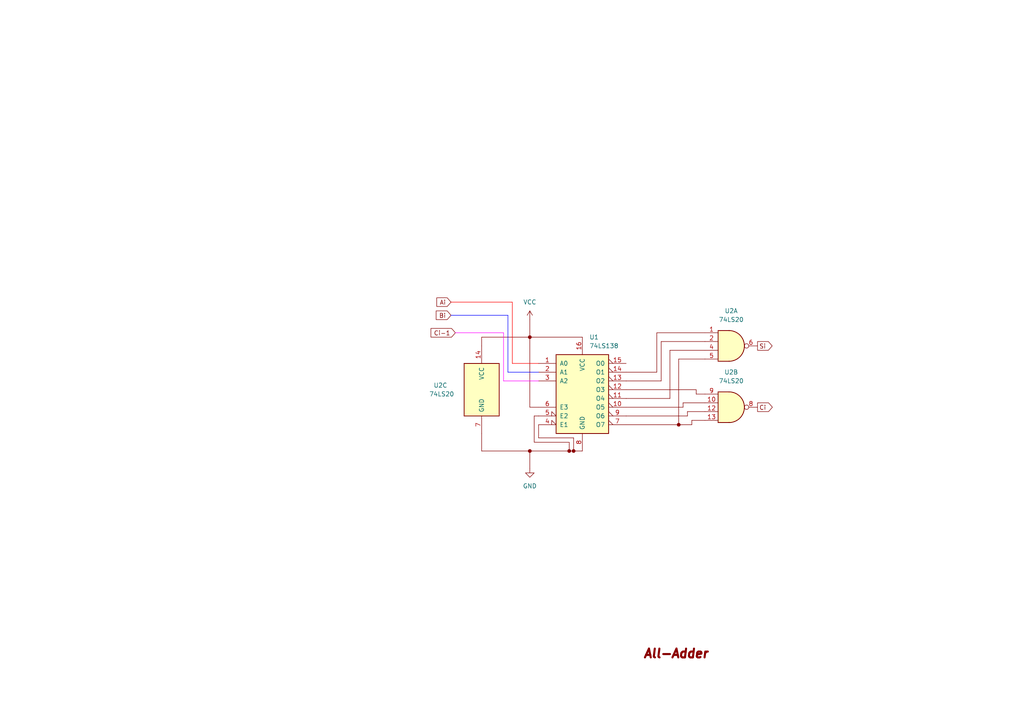
<source format=kicad_sch>
(kicad_sch (version 20231120) (generator "eeschema") (generator_version "8.0")
  (paper "A4")
  (lib_symbols
    (symbol "74xx:74LS138" (pin_names (offset 1.016))
      (property "Reference" "U" (at -7.62 11.43 0))
      (property "Value" "74LS138" (at -7.62 -13.97 0))
      (symbol "74LS138_1_0"
        (pin input line (at -12.7 7.62 0) (length 5.08) (name "A0") (number "1"))
        (pin output output_low (at 12.7 -5.08 180) (length 5.08) (name "O5") (number "10"))
        (pin output output_low (at 12.7 -2.54 180) (length 5.08) (name "O4") (number "11"))
        (pin output output_low (at 12.7 0 180) (length 5.08) (name "O3") (number "12"))
        (pin output output_low (at 12.7 2.54 180) (length 5.08) (name "O2") (number "13"))
        (pin output output_low (at 12.7 5.08 180) (length 5.08) (name "O1") (number "14"))
        (pin output output_low (at 12.7 7.62 180) (length 5.08) (name "O0") (number "15"))
        (pin power_in line (at 0 15.24 270) (length 5.08) (name "VCC") (number "16"))
        (pin input line (at -12.7 5.08 0) (length 5.08) (name "A1") (number "2"))
        (pin input line (at -12.7 2.54 0) (length 5.08) (name "A2") (number "3"))
        (pin input input_low (at -12.7 -10.16 0) (length 5.08) (name "E1") (number "4"))
        (pin input input_low (at -12.7 -7.62 0) (length 5.08) (name "E2") (number "5"))
        (pin input line (at -12.7 -5.08 0) (length 5.08) (name "E3") (number "6"))
        (pin output output_low (at 12.7 -10.16 180) (length 5.08) (name "O7") (number "7"))
        (pin power_in line (at 0 -17.78 90) (length 5.08) (name "GND") (number "8"))
        (pin output output_low (at 12.7 -7.62 180) (length 5.08) (name "O6") (number "9"))
      )
      (symbol "74LS138_1_1"
        (rectangle (start -7.62 10.16) (end 7.62 -12.7) (stroke (width 0.254)) (fill (type background)))
      )
    )
    (symbol "74xx:74LS20" (pin_names (offset 1.016))
      (property "Reference" "U" (at 0 1.27 0))
      (property "Value" "74LS20" (at 0 -1.27 0))
      (symbol "74LS20_1_1"
        (arc (start -0.635 -4.445) (mid 3.7907 0) (end -0.635 4.445) (stroke (width 0.254)) (fill (type background)))
        (polyline (pts (xy -0.635 4.445) (xy -3.81 4.445) (xy -3.81 -4.445) (xy -0.635 -4.445)) (stroke (width 0.254)) (fill (type background)))
        (pin input line (at -7.62 3.81 0) (length 3.81) (name "~") (number "1"))
        (pin input line (at -7.62 1.27 0) (length 3.81) (name "~") (number "2"))
        (pin input line (at -7.62 -1.27 0) (length 3.81) (name "~") (number "4"))
        (pin input line (at -7.62 -3.81 0) (length 3.81) (name "~") (number "5"))
        (pin output inverted (at 7.62 0 180) (length 3.81) (name "~") (number "6"))
      )
      (symbol "74LS20_1_2"
        (arc (start -3.81 -4.445) (mid -2.5908 0) (end -3.81 4.445) (stroke (width 0.254)))
        (arc (start -0.6096 -4.445) (mid 2.224 -2.8428) (end 3.81 0) (stroke (width 0.254)) (fill (type background)))
        (polyline (pts (xy -3.81 -4.445) (xy -0.635 -4.445)) (stroke (width 0.254)) (fill (type background)))
        (polyline (pts (xy -3.81 4.445) (xy -0.635 4.445)) (stroke (width 0.254)) (fill (type background)))
        (polyline (pts (xy -0.635 4.445) (xy -3.81 4.445) (xy -3.81 4.445) (xy -3.6322 4.0894) (xy -3.0988 2.921) (xy -2.7686 1.6764) (xy -2.6162 0.4318) (xy -2.6416 -0.8636) (xy -2.8702 -2.1082) (xy -3.2512 -3.3274) (xy -3.81 -4.445) (xy -3.81 -4.445) (xy -0.635 -4.445)) (stroke (width -25.4)) (fill (type background)))
        (arc (start 3.81 0) (mid 2.2198 2.8385) (end -0.6096 4.445) (stroke (width 0.254)) (fill (type background)))
        (pin input inverted (at -7.62 3.81 0) (length 3.81) (name "~") (number "1"))
        (pin input inverted (at -7.62 1.27 0) (length 4.826) (name "~") (number "2"))
        (pin input inverted (at -7.62 -1.27 0) (length 4.826) (name "~") (number "4"))
        (pin input inverted (at -7.62 -3.81 0) (length 3.81) (name "~") (number "5"))
        (pin output line (at 7.62 0 180) (length 3.81) (name "~") (number "6"))
      )
      (symbol "74LS20_2_1"
        (arc (start -0.635 -4.445) (mid 3.7907 0) (end -0.635 4.445) (stroke (width 0.254)) (fill (type background)))
        (polyline (pts (xy -0.635 4.445) (xy -3.81 4.445) (xy -3.81 -4.445) (xy -0.635 -4.445)) (stroke (width 0.254)) (fill (type background)))
        (pin input line (at -7.62 1.27 0) (length 3.81) (name "~") (number "10"))
        (pin input line (at -7.62 -1.27 0) (length 3.81) (name "~") (number "12"))
        (pin input line (at -7.62 -3.81 0) (length 3.81) (name "~") (number "13"))
        (pin output inverted (at 7.62 0 180) (length 3.81) (name "~") (number "8"))
        (pin input line (at -7.62 3.81 0) (length 3.81) (name "~") (number "9"))
      )
      (symbol "74LS20_2_2"
        (arc (start -3.81 -4.445) (mid -2.5908 0) (end -3.81 4.445) (stroke (width 0.254)))
        (arc (start -0.6096 -4.445) (mid 2.224 -2.8428) (end 3.81 0) (stroke (width 0.254)) (fill (type background)))
        (polyline (pts (xy -3.81 -4.445) (xy -0.635 -4.445)) (stroke (width 0.254)) (fill (type background)))
        (polyline (pts (xy -3.81 4.445) (xy -0.635 4.445)) (stroke (width 0.254)) (fill (type background)))
        (polyline (pts (xy -0.635 4.445) (xy -3.81 4.445) (xy -3.81 4.445) (xy -3.6322 4.0894) (xy -3.0988 2.921) (xy -2.7686 1.6764) (xy -2.6162 0.4318) (xy -2.6416 -0.8636) (xy -2.8702 -2.1082) (xy -3.2512 -3.3274) (xy -3.81 -4.445) (xy -3.81 -4.445) (xy -0.635 -4.445)) (stroke (width -25.4)) (fill (type background)))
        (arc (start 3.81 0) (mid 2.2198 2.8385) (end -0.6096 4.445) (stroke (width 0.254)) (fill (type background)))
        (pin input inverted (at -7.62 1.27 0) (length 4.826) (name "~") (number "10"))
        (pin input inverted (at -7.62 -1.27 0) (length 4.826) (name "~") (number "12"))
        (pin input inverted (at -7.62 -3.81 0) (length 3.81) (name "~") (number "13"))
        (pin output line (at 7.62 0 180) (length 3.81) (name "~") (number "8"))
        (pin input inverted (at -7.62 3.81 0) (length 3.81) (name "~") (number "9"))
      )
      (symbol "74LS20_3_0"
        (pin power_in line (at 0 12.7 270) (length 5.08) (name "VCC") (number "14"))
        (pin power_in line (at 0 -12.7 90) (length 5.08) (name "GND") (number "7"))
      )
      (symbol "74LS20_3_1"
        (rectangle (start -5.08 7.62) (end 5.08 -7.62) (stroke (width 0.254)) (fill (type background)))
      )
    )
    (symbol "power:GND" (power) (pin_names (offset 0))
      (property "Value" "GND" (at 0 -3.81 0))
      (symbol "GND_0_1"
        (polyline (pts (xy 0 0) (xy 0 -1.27) (xy 1.27 -1.27) (xy 0 -2.54) (xy -1.27 -1.27) (xy 0 -1.27)))
      )
      (symbol "GND_1_1"
        (pin power_in line (at 0 0 270) (length 0) hide (name "GND") (number "1"))
      )
    )
    (symbol "power:VCC" (power) (pin_names (offset 0))
      (property "Value" "VCC" (at 0 3.81 0))
      (symbol "VCC_0_1"
        (polyline (pts (xy -0.762 1.27) (xy 0 2.54)))
        (polyline (pts (xy 0 0) (xy 0 2.54)))
        (polyline (pts (xy 0 2.54) (xy 0.762 1.27)))
      )
      (symbol "VCC_1_1"
        (pin power_in line (at 0 0 90) (length 0) hide (name "VCC") (number "1"))
      )
    )
  )
  (junction (at 153.67 130.81) (color 132 0 0 1))
  (junction (at 165.1 130.81) (color 132 0 0 1))
  (junction (at 153.67 97.79) (color 132 0 0 1))
  (junction (at 196.85 123.19) (color 132 0 0 1))
  (junction (at 166.37 130.81) (color 132 0 0 1))
  (wire (pts (xy 181.61 107.95) (xy 190.5 107.95)) (stroke (width 0) (color 132 0 0 1)))
  (wire (pts (xy 132.08 96.52) (xy 146.05 96.52)) (stroke (width 0) (color 255 0 255 1)))
  (wire (pts (xy 165.1 130.81) (xy 166.37 130.81)) (stroke (width 0) (color 132 0 0 1)))
  (wire (pts (xy 166.37 127) (xy 166.37 130.81)) (stroke (width 0) (color 132 0 0 1)))
  (wire (pts (xy 201.93 113.03) (xy 201.93 114.3)) (stroke (width 0) (color 132 0 0 1)))
  (wire (pts (xy 194.31 101.6) (xy 204.47 101.6)) (stroke (width 0) (color 132 0 0 1)))
  (wire (pts (xy 191.77 110.49) (xy 191.77 99.06)) (stroke (width 0) (color 132 0 0 1)))
  (wire (pts (xy 153.67 97.79) (xy 168.91 97.79)) (stroke (width 0) (color 132 0 0 1)))
  (wire (pts (xy 147.32 91.44) (xy 147.32 107.95)) (stroke (width 0) (color 0 0 255 1)))
  (wire (pts (xy 181.61 113.03) (xy 201.93 113.03)) (stroke (width 0) (color 132 0 0 1)))
  (wire (pts (xy 147.32 107.95) (xy 156.21 107.95)) (stroke (width 0) (color 0 0 255 1)))
  (wire (pts (xy 190.5 107.95) (xy 190.5 96.52)) (stroke (width 0) (color 132 0 0 1)))
  (wire (pts (xy 153.67 130.81) (xy 165.1 130.81)) (stroke (width 0) (color 132 0 0 1)))
  (wire (pts (xy 166.37 130.81) (xy 168.91 130.81)) (stroke (width 0) (color 132 0 0 1)))
  (wire (pts (xy 153.67 130.81) (xy 153.67 135.89)) (stroke (width 0) (color 132 0 0 1)))
  (wire (pts (xy 198.12 118.11) (xy 198.12 116.84)) (stroke (width 0) (color 132 0 0 1)))
  (wire (pts (xy 146.05 96.52) (xy 146.05 110.49)) (stroke (width 0) (color 255 0 255 1)))
  (wire (pts (xy 200.66 121.92) (xy 200.66 123.19)) (stroke (width 0) (color 132 0 0 1)))
  (wire (pts (xy 200.66 123.19) (xy 196.85 123.19)) (stroke (width 0) (color 132 0 0 1)))
  (wire (pts (xy 153.67 118.11) (xy 153.67 97.79)) (stroke (width 0) (color 132 0 0 1)))
  (wire (pts (xy 165.1 128.27) (xy 165.1 130.81)) (stroke (width 0) (color 132 0 0 1)))
  (wire (pts (xy 154.94 120.65) (xy 154.94 128.27)) (stroke (width 0) (color 132 0 0 1)))
  (wire (pts (xy 156.21 118.11) (xy 153.67 118.11)) (stroke (width 0) (color 132 0 0 1)))
  (wire (pts (xy 191.77 99.06) (xy 204.47 99.06)) (stroke (width 0) (color 132 0 0 1)))
  (wire (pts (xy 148.59 105.41) (xy 156.21 105.41)) (stroke (width 0) (color 255 0 0 1)))
  (wire (pts (xy 181.61 110.49) (xy 191.77 110.49)) (stroke (width 0) (color 132 0 0 1)))
  (wire (pts (xy 196.85 104.14) (xy 204.47 104.14)) (stroke (width 0) (color 132 0 0 1)))
  (wire (pts (xy 139.7 130.81) (xy 153.67 130.81)) (stroke (width 0) (color 132 0 0 1)))
  (wire (pts (xy 194.31 115.57) (xy 194.31 101.6)) (stroke (width 0) (color 132 0 0 1)))
  (wire (pts (xy 156.21 127) (xy 166.37 127)) (stroke (width 0) (color 132 0 0 1)))
  (wire (pts (xy 130.81 91.44) (xy 147.32 91.44)) (stroke (width 0) (color 0 0 255 1)))
  (wire (pts (xy 139.7 100.33) (xy 139.7 97.79)) (stroke (width 0) (color 132 0 0 1)))
  (wire (pts (xy 130.81 87.63) (xy 148.59 87.63)) (stroke (width 0) (color 255 0 0 1)))
  (wire (pts (xy 196.85 123.19) (xy 196.85 104.14)) (stroke (width 0) (color 132 0 0 1)))
  (wire (pts (xy 156.21 123.19) (xy 156.21 127)) (stroke (width 0) (color 132 0 0 1)))
  (wire (pts (xy 204.47 121.92) (xy 200.66 121.92)) (stroke (width 0) (color 132 0 0 1)))
  (wire (pts (xy 198.12 116.84) (xy 204.47 116.84)) (stroke (width 0) (color 132 0 0 1)))
  (wire (pts (xy 181.61 115.57) (xy 194.31 115.57)) (stroke (width 0) (color 132 0 0 1)))
  (wire (pts (xy 201.93 114.3) (xy 204.47 114.3)) (stroke (width 0) (color 132 0 0 1)))
  (wire (pts (xy 153.67 92.71) (xy 153.67 97.79)) (stroke (width 0) (color 132 0 0 1)))
  (wire (pts (xy 139.7 97.79) (xy 153.67 97.79)) (stroke (width 0) (color 132 0 0 1)))
  (wire (pts (xy 181.61 118.11) (xy 198.12 118.11)) (stroke (width 0) (color 132 0 0 1)))
  (wire (pts (xy 154.94 128.27) (xy 165.1 128.27)) (stroke (width 0) (color 132 0 0 1)))
  (wire (pts (xy 190.5 96.52) (xy 204.47 96.52)) (stroke (width 0) (color 132 0 0 1)))
  (wire (pts (xy 139.7 125.73) (xy 139.7 130.81)) (stroke (width 0) (color 132 0 0 1)))
  (wire (pts (xy 199.39 119.38) (xy 204.47 119.38)) (stroke (width 0) (color 132 0 0 1)))
  (wire (pts (xy 148.59 87.63) (xy 148.59 105.41)) (stroke (width 0) (color 255 0 0 1)))
  (wire (pts (xy 181.61 123.19) (xy 196.85 123.19)) (stroke (width 0) (color 132 0 0 1)))
  (wire (pts (xy 146.05 110.49) (xy 156.21 110.49)) (stroke (width 0) (color 255 0 255 1)))
  (wire (pts (xy 199.39 120.65) (xy 199.39 119.38)) (stroke (width 0) (color 132 0 0 1)))
  (wire (pts (xy 156.21 120.65) (xy 154.94 120.65)) (stroke (width 0) (color 132 0 0 1)))
  (wire (pts (xy 181.61 120.65) (xy 199.39 120.65)) (stroke (width 0) (color 132 0 0 1)))
  (text "All-Adder\n" (at 186.436 191.262 0) (effects (font (size 2.54 2.54) (thickness 0.6) (bold yes) (italic yes)) (justify left bottom)))
  (global_label "Ai" (shape input) (at 130.81 87.63 180) (property "Intersheetrefs" "${INTERSHEET_REFS}" (effects (hide yes))) (property "插入图纸页参考" "${INTERSHEET_REFS}" (effects (hide yes))))
  (global_label "Bi" (shape input) (at 130.81 91.44 180) (property "Intersheetrefs" "${INTERSHEET_REFS}" (effects (hide yes))) (property "插入图纸页参考" "${INTERSHEET_REFS}" (effects (hide yes))))
  (global_label "Ci-1" (shape input) (at 132.08 96.52 180) (property "Intersheetrefs" "${INTERSHEET_REFS}" (effects (hide yes))) (property "插入图纸页参考" "${INTERSHEET_REFS}" (effects (hide yes))))
  (global_label "Si" (shape output) (at 219.71 100.33 0) (property "Intersheetrefs" "${INTERSHEET_REFS}" (effects (hide yes))) (property "插入图纸页参考" "${INTERSHEET_REFS}" (effects (hide yes))))
  (global_label "Ci" (shape output) (at 219.71 118.11 0) (property "Intersheetrefs" "${INTERSHEET_REFS}" (effects (hide yes))) (property "插入图纸页参考" "${INTERSHEET_REFS}" (effects (hide yes))))
  (symbol (lib_id "power:VCC") (at 153.67 92.71 0) (unit 1)
    (property "Reference" "#PWR?" (effects (hide yes)))
    (property "Value" "VCC" (at 153.67 87.63 0))
  )
  (symbol (lib_id "74xx:74LS20") (at 212.09 118.11 0) (unit 2)
    (property "Reference" "U2" (at 212.09 107.95 0))
    (property "Value" "74LS20" (at 212.09 110.49 0))
    (property "Datasheet" "http://www.ti.com/lit/gpn/sn74LS20" (effects (hide yes)))
  )
  (symbol (lib_id "74xx:74LS20") (at 212.09 100.33 0) (unit 1)
    (property "Reference" "U2" (at 212.09 90.17 0))
    (property "Value" "74LS20" (at 212.09 92.71 0))
    (property "Datasheet" "http://www.ti.com/lit/gpn/sn74LS20" (effects (hide yes)))
  )
  (symbol (lib_id "power:GND") (at 153.67 135.89 0) (unit 1)
    (property "Reference" "#PWR?" (effects (hide yes)))
    (property "Value" "GND" (at 153.67 140.97 0))
  )
  (symbol (lib_id "74xx:74LS138") (at 168.91 113.03 0) (unit 1)
    (property "Reference" "U1" (at 170.9294 97.79 0) (effects (justify left)))
    (property "Value" "74LS138" (at 170.9294 100.33 0) (effects (justify left)))
    (property "Datasheet" "http://www.ti.com/lit/gpn/sn74LS138" (effects (hide yes)))
  )
  (symbol (lib_id "74xx:74LS20") (at 139.7 113.03 0) (unit 3)
    (property "Reference" "U2" (at 125.73 111.76 0) (effects (justify left)))
    (property "Value" "74LS20" (at 124.46 114.3 0) (effects (justify left)))
    (property "Datasheet" "http://www.ti.com/lit/gpn/sn74LS20" (effects (hide yes)))
  )
)
</source>
